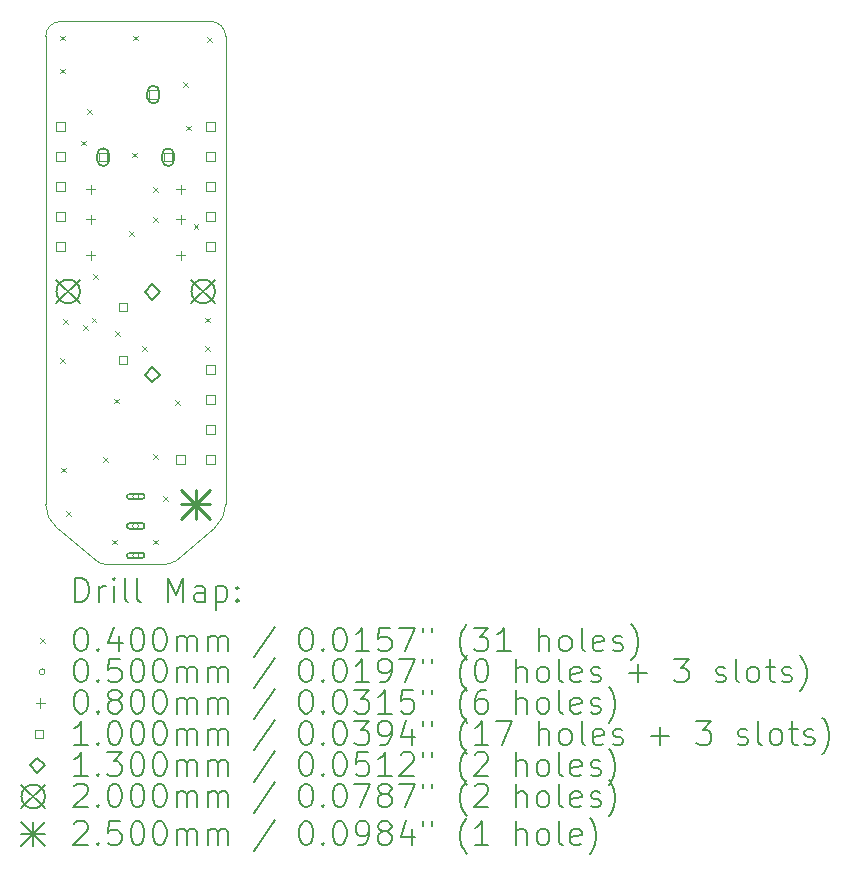
<source format=gbr>
%TF.GenerationSoftware,KiCad,Pcbnew,(6.0.7)*%
%TF.CreationDate,2023-02-19T14:27:59-04:00*%
%TF.ProjectId,Lift Switch,4c696674-2053-4776-9974-63682e6b6963,rev?*%
%TF.SameCoordinates,Original*%
%TF.FileFunction,Drillmap*%
%TF.FilePolarity,Positive*%
%FSLAX45Y45*%
G04 Gerber Fmt 4.5, Leading zero omitted, Abs format (unit mm)*
G04 Created by KiCad (PCBNEW (6.0.7)) date 2023-02-19 14:27:59*
%MOMM*%
%LPD*%
G01*
G04 APERTURE LIST*
%ADD10C,0.100000*%
%ADD11C,0.200000*%
%ADD12C,0.040000*%
%ADD13C,0.050000*%
%ADD14C,0.080000*%
%ADD15C,0.130000*%
%ADD16C,0.250000*%
G04 APERTURE END LIST*
D10*
X12700000Y-7747000D02*
X12700000Y-11709400D01*
X12827000Y-7620000D02*
G75*
G03*
X12700000Y-7747000I0J-127000D01*
G01*
X14224000Y-7747000D02*
G75*
G03*
X14097000Y-7620000I-127000J0D01*
G01*
X14097000Y-7620000D02*
X12827000Y-7620000D01*
X13212000Y-12217400D02*
X13712000Y-12217400D01*
X12700000Y-11709400D02*
G75*
G03*
X12791162Y-11904335I254600J280D01*
G01*
X13130581Y-12187867D02*
X12791162Y-11904335D01*
X14224000Y-11709400D02*
X14224000Y-7747000D01*
X13712000Y-12217399D02*
G75*
G03*
X13793419Y-12187867I30J126919D01*
G01*
X13130580Y-12187868D02*
G75*
G03*
X13212000Y-12217400I81390J97388D01*
G01*
X14132839Y-11904335D02*
G75*
G03*
X14224000Y-11709400I-163439J195216D01*
G01*
X14132838Y-11904335D02*
X13793419Y-12187867D01*
D11*
D12*
X12819700Y-7739700D02*
X12859700Y-7779700D01*
X12859700Y-7739700D02*
X12819700Y-7779700D01*
X12819700Y-8019100D02*
X12859700Y-8059100D01*
X12859700Y-8019100D02*
X12819700Y-8059100D01*
X12819700Y-10470200D02*
X12859700Y-10510200D01*
X12859700Y-10470200D02*
X12819700Y-10510200D01*
X12832400Y-11397300D02*
X12872400Y-11437300D01*
X12872400Y-11397300D02*
X12832400Y-11437300D01*
X12845100Y-10140000D02*
X12885100Y-10180000D01*
X12885100Y-10140000D02*
X12845100Y-10180000D01*
X12870500Y-11765600D02*
X12910500Y-11805600D01*
X12910500Y-11765600D02*
X12870500Y-11805600D01*
X12997500Y-8628700D02*
X13037500Y-8668700D01*
X13037500Y-8628700D02*
X12997500Y-8668700D01*
X13015543Y-10194035D02*
X13055543Y-10234035D01*
X13055543Y-10194035D02*
X13015543Y-10234035D01*
X13048300Y-8362000D02*
X13088300Y-8402000D01*
X13088300Y-8362000D02*
X13048300Y-8402000D01*
X13089950Y-10127300D02*
X13129950Y-10167300D01*
X13129950Y-10127300D02*
X13089950Y-10167300D01*
X13099100Y-9759000D02*
X13139100Y-9799000D01*
X13139100Y-9759000D02*
X13099100Y-9799000D01*
X13188000Y-11308400D02*
X13228000Y-11348400D01*
X13228000Y-11308400D02*
X13188000Y-11348400D01*
X13264200Y-12006900D02*
X13304200Y-12046900D01*
X13304200Y-12006900D02*
X13264200Y-12046900D01*
X13276900Y-10813100D02*
X13316900Y-10853100D01*
X13316900Y-10813100D02*
X13276900Y-10853100D01*
X13289600Y-10241600D02*
X13329600Y-10281600D01*
X13329600Y-10241600D02*
X13289600Y-10281600D01*
X13407565Y-9396070D02*
X13447565Y-9436070D01*
X13447565Y-9396070D02*
X13407565Y-9436070D01*
X13429300Y-8730300D02*
X13469300Y-8770300D01*
X13469300Y-8730300D02*
X13429300Y-8770300D01*
X13442000Y-7739700D02*
X13482000Y-7779700D01*
X13482000Y-7739700D02*
X13442000Y-7779700D01*
X13518200Y-10368600D02*
X13558200Y-10408600D01*
X13558200Y-10368600D02*
X13518200Y-10408600D01*
X13607100Y-11283000D02*
X13647100Y-11323000D01*
X13647100Y-11283000D02*
X13607100Y-11323000D01*
X13607100Y-12006900D02*
X13647100Y-12046900D01*
X13647100Y-12006900D02*
X13607100Y-12046900D01*
X13610650Y-9276400D02*
X13650650Y-9316400D01*
X13650650Y-9276400D02*
X13610650Y-9316400D01*
X13610692Y-9022320D02*
X13650692Y-9062320D01*
X13650692Y-9022320D02*
X13610692Y-9062320D01*
X13696000Y-11638600D02*
X13736000Y-11678600D01*
X13736000Y-11638600D02*
X13696000Y-11678600D01*
X13797600Y-10825800D02*
X13837600Y-10865800D01*
X13837600Y-10825800D02*
X13797600Y-10865800D01*
X13861100Y-8133400D02*
X13901100Y-8173400D01*
X13901100Y-8133400D02*
X13861100Y-8173400D01*
X13886500Y-8501700D02*
X13926500Y-8541700D01*
X13926500Y-8501700D02*
X13886500Y-8541700D01*
X13951910Y-9333690D02*
X13991910Y-9373690D01*
X13991910Y-9333690D02*
X13951910Y-9373690D01*
X14051600Y-10127300D02*
X14091600Y-10167300D01*
X14091600Y-10127300D02*
X14051600Y-10167300D01*
X14051600Y-10368600D02*
X14091600Y-10408600D01*
X14091600Y-10368600D02*
X14051600Y-10408600D01*
X14064300Y-7752400D02*
X14104300Y-7792400D01*
X14104300Y-7752400D02*
X14064300Y-7792400D01*
D13*
X13487000Y-11642400D02*
G75*
G03*
X13487000Y-11642400I-25000J0D01*
G01*
D11*
X13412000Y-11667400D02*
X13512000Y-11667400D01*
X13412000Y-11617400D02*
X13512000Y-11617400D01*
X13512000Y-11667400D02*
G75*
G03*
X13512000Y-11617400I0J25000D01*
G01*
X13412000Y-11617400D02*
G75*
G03*
X13412000Y-11667400I0J-25000D01*
G01*
D13*
X13487000Y-11892400D02*
G75*
G03*
X13487000Y-11892400I-25000J0D01*
G01*
D11*
X13412000Y-11917400D02*
X13512000Y-11917400D01*
X13412000Y-11867400D02*
X13512000Y-11867400D01*
X13512000Y-11917400D02*
G75*
G03*
X13512000Y-11867400I0J25000D01*
G01*
X13412000Y-11867400D02*
G75*
G03*
X13412000Y-11917400I0J-25000D01*
G01*
D13*
X13487000Y-12142400D02*
G75*
G03*
X13487000Y-12142400I-25000J0D01*
G01*
D11*
X13412000Y-12167400D02*
X13512000Y-12167400D01*
X13412000Y-12117400D02*
X13512000Y-12117400D01*
X13512000Y-12167400D02*
G75*
G03*
X13512000Y-12117400I0J25000D01*
G01*
X13412000Y-12117400D02*
G75*
G03*
X13412000Y-12167400I0J-25000D01*
G01*
D14*
X13081000Y-9561200D02*
X13081000Y-9641200D01*
X13041000Y-9601200D02*
X13121000Y-9601200D01*
X13082000Y-9002900D02*
X13082000Y-9082900D01*
X13042000Y-9042900D02*
X13122000Y-9042900D01*
X13082000Y-9256900D02*
X13082000Y-9336900D01*
X13042000Y-9296900D02*
X13122000Y-9296900D01*
X13843000Y-9561200D02*
X13843000Y-9641200D01*
X13803000Y-9601200D02*
X13883000Y-9601200D01*
X13844000Y-9002900D02*
X13844000Y-9082900D01*
X13804000Y-9042900D02*
X13884000Y-9042900D01*
X13844000Y-9256900D02*
X13844000Y-9336900D01*
X13804000Y-9296900D02*
X13884000Y-9296900D01*
D10*
X12862356Y-8544356D02*
X12862356Y-8473644D01*
X12791644Y-8473644D01*
X12791644Y-8544356D01*
X12862356Y-8544356D01*
X12862356Y-8798356D02*
X12862356Y-8727644D01*
X12791644Y-8727644D01*
X12791644Y-8798356D01*
X12862356Y-8798356D01*
X12862356Y-9052356D02*
X12862356Y-8981644D01*
X12791644Y-8981644D01*
X12791644Y-9052356D01*
X12862356Y-9052356D01*
X12862356Y-9306356D02*
X12862356Y-9235644D01*
X12791644Y-9235644D01*
X12791644Y-9306356D01*
X12862356Y-9306356D01*
X12862356Y-9560356D02*
X12862356Y-9489644D01*
X12791644Y-9489644D01*
X12791644Y-9560356D01*
X12862356Y-9560356D01*
X13222356Y-8805356D02*
X13222356Y-8734644D01*
X13151644Y-8734644D01*
X13151644Y-8805356D01*
X13222356Y-8805356D01*
D11*
X13237000Y-8795000D02*
X13237000Y-8745000D01*
X13137000Y-8795000D02*
X13137000Y-8745000D01*
X13237000Y-8745000D02*
G75*
G03*
X13137000Y-8745000I-50000J0D01*
G01*
X13137000Y-8795000D02*
G75*
G03*
X13237000Y-8795000I50000J0D01*
G01*
D10*
X13388056Y-10071956D02*
X13388056Y-10001244D01*
X13317344Y-10001244D01*
X13317344Y-10071956D01*
X13388056Y-10071956D01*
X13388056Y-10521956D02*
X13388056Y-10451244D01*
X13317344Y-10451244D01*
X13317344Y-10521956D01*
X13388056Y-10521956D01*
X13647356Y-8275356D02*
X13647356Y-8204644D01*
X13576644Y-8204644D01*
X13576644Y-8275356D01*
X13647356Y-8275356D01*
D11*
X13662000Y-8265000D02*
X13662000Y-8215000D01*
X13562000Y-8265000D02*
X13562000Y-8215000D01*
X13662000Y-8215000D02*
G75*
G03*
X13562000Y-8215000I-50000J0D01*
G01*
X13562000Y-8265000D02*
G75*
G03*
X13662000Y-8265000I50000J0D01*
G01*
D10*
X13772356Y-8805356D02*
X13772356Y-8734644D01*
X13701644Y-8734644D01*
X13701644Y-8805356D01*
X13772356Y-8805356D01*
D11*
X13787000Y-8795000D02*
X13787000Y-8745000D01*
X13687000Y-8795000D02*
X13687000Y-8745000D01*
X13787000Y-8745000D02*
G75*
G03*
X13687000Y-8745000I-50000J0D01*
G01*
X13687000Y-8795000D02*
G75*
G03*
X13787000Y-8795000I50000J0D01*
G01*
D10*
X13878356Y-11363756D02*
X13878356Y-11293044D01*
X13807644Y-11293044D01*
X13807644Y-11363756D01*
X13878356Y-11363756D01*
X14132356Y-8544356D02*
X14132356Y-8473644D01*
X14061644Y-8473644D01*
X14061644Y-8544356D01*
X14132356Y-8544356D01*
X14132356Y-8798356D02*
X14132356Y-8727644D01*
X14061644Y-8727644D01*
X14061644Y-8798356D01*
X14132356Y-8798356D01*
X14132356Y-9052356D02*
X14132356Y-8981644D01*
X14061644Y-8981644D01*
X14061644Y-9052356D01*
X14132356Y-9052356D01*
X14132356Y-9306356D02*
X14132356Y-9235644D01*
X14061644Y-9235644D01*
X14061644Y-9306356D01*
X14132356Y-9306356D01*
X14132356Y-9560356D02*
X14132356Y-9489644D01*
X14061644Y-9489644D01*
X14061644Y-9560356D01*
X14132356Y-9560356D01*
X14132356Y-10601756D02*
X14132356Y-10531044D01*
X14061644Y-10531044D01*
X14061644Y-10601756D01*
X14132356Y-10601756D01*
X14132356Y-10855756D02*
X14132356Y-10785044D01*
X14061644Y-10785044D01*
X14061644Y-10855756D01*
X14132356Y-10855756D01*
X14132356Y-11109756D02*
X14132356Y-11039044D01*
X14061644Y-11039044D01*
X14061644Y-11109756D01*
X14132356Y-11109756D01*
X14132356Y-11363756D02*
X14132356Y-11293044D01*
X14061644Y-11293044D01*
X14061644Y-11363756D01*
X14132356Y-11363756D01*
D15*
X13602700Y-9976600D02*
X13667700Y-9911600D01*
X13602700Y-9846600D01*
X13537700Y-9911600D01*
X13602700Y-9976600D01*
X13602700Y-10676600D02*
X13667700Y-10611600D01*
X13602700Y-10546600D01*
X13537700Y-10611600D01*
X13602700Y-10676600D01*
D11*
X12790500Y-9806000D02*
X12990500Y-10006000D01*
X12990500Y-9806000D02*
X12790500Y-10006000D01*
X12990500Y-9906000D02*
G75*
G03*
X12990500Y-9906000I-100000J0D01*
G01*
X13933500Y-9806000D02*
X14133500Y-10006000D01*
X14133500Y-9806000D02*
X13933500Y-10006000D01*
X14133500Y-9906000D02*
G75*
G03*
X14133500Y-9906000I-100000J0D01*
G01*
D16*
X13845000Y-11584400D02*
X14095000Y-11834400D01*
X14095000Y-11584400D02*
X13845000Y-11834400D01*
X13970000Y-11584400D02*
X13970000Y-11834400D01*
X13845000Y-11709400D02*
X14095000Y-11709400D01*
D11*
X12952619Y-12532876D02*
X12952619Y-12332876D01*
X13000238Y-12332876D01*
X13028809Y-12342400D01*
X13047857Y-12361448D01*
X13057381Y-12380495D01*
X13066905Y-12418590D01*
X13066905Y-12447162D01*
X13057381Y-12485257D01*
X13047857Y-12504305D01*
X13028809Y-12523352D01*
X13000238Y-12532876D01*
X12952619Y-12532876D01*
X13152619Y-12532876D02*
X13152619Y-12399543D01*
X13152619Y-12437638D02*
X13162143Y-12418590D01*
X13171667Y-12409067D01*
X13190714Y-12399543D01*
X13209762Y-12399543D01*
X13276428Y-12532876D02*
X13276428Y-12399543D01*
X13276428Y-12332876D02*
X13266905Y-12342400D01*
X13276428Y-12351924D01*
X13285952Y-12342400D01*
X13276428Y-12332876D01*
X13276428Y-12351924D01*
X13400238Y-12532876D02*
X13381190Y-12523352D01*
X13371667Y-12504305D01*
X13371667Y-12332876D01*
X13505000Y-12532876D02*
X13485952Y-12523352D01*
X13476428Y-12504305D01*
X13476428Y-12332876D01*
X13733571Y-12532876D02*
X13733571Y-12332876D01*
X13800238Y-12475733D01*
X13866905Y-12332876D01*
X13866905Y-12532876D01*
X14047857Y-12532876D02*
X14047857Y-12428114D01*
X14038333Y-12409067D01*
X14019286Y-12399543D01*
X13981190Y-12399543D01*
X13962143Y-12409067D01*
X14047857Y-12523352D02*
X14028809Y-12532876D01*
X13981190Y-12532876D01*
X13962143Y-12523352D01*
X13952619Y-12504305D01*
X13952619Y-12485257D01*
X13962143Y-12466209D01*
X13981190Y-12456686D01*
X14028809Y-12456686D01*
X14047857Y-12447162D01*
X14143095Y-12399543D02*
X14143095Y-12599543D01*
X14143095Y-12409067D02*
X14162143Y-12399543D01*
X14200238Y-12399543D01*
X14219286Y-12409067D01*
X14228809Y-12418590D01*
X14238333Y-12437638D01*
X14238333Y-12494781D01*
X14228809Y-12513828D01*
X14219286Y-12523352D01*
X14200238Y-12532876D01*
X14162143Y-12532876D01*
X14143095Y-12523352D01*
X14324048Y-12513828D02*
X14333571Y-12523352D01*
X14324048Y-12532876D01*
X14314524Y-12523352D01*
X14324048Y-12513828D01*
X14324048Y-12532876D01*
X14324048Y-12409067D02*
X14333571Y-12418590D01*
X14324048Y-12428114D01*
X14314524Y-12418590D01*
X14324048Y-12409067D01*
X14324048Y-12428114D01*
D12*
X12655000Y-12842400D02*
X12695000Y-12882400D01*
X12695000Y-12842400D02*
X12655000Y-12882400D01*
D11*
X12990714Y-12752876D02*
X13009762Y-12752876D01*
X13028809Y-12762400D01*
X13038333Y-12771924D01*
X13047857Y-12790971D01*
X13057381Y-12829067D01*
X13057381Y-12876686D01*
X13047857Y-12914781D01*
X13038333Y-12933828D01*
X13028809Y-12943352D01*
X13009762Y-12952876D01*
X12990714Y-12952876D01*
X12971667Y-12943352D01*
X12962143Y-12933828D01*
X12952619Y-12914781D01*
X12943095Y-12876686D01*
X12943095Y-12829067D01*
X12952619Y-12790971D01*
X12962143Y-12771924D01*
X12971667Y-12762400D01*
X12990714Y-12752876D01*
X13143095Y-12933828D02*
X13152619Y-12943352D01*
X13143095Y-12952876D01*
X13133571Y-12943352D01*
X13143095Y-12933828D01*
X13143095Y-12952876D01*
X13324048Y-12819543D02*
X13324048Y-12952876D01*
X13276428Y-12743352D02*
X13228809Y-12886209D01*
X13352619Y-12886209D01*
X13466905Y-12752876D02*
X13485952Y-12752876D01*
X13505000Y-12762400D01*
X13514524Y-12771924D01*
X13524048Y-12790971D01*
X13533571Y-12829067D01*
X13533571Y-12876686D01*
X13524048Y-12914781D01*
X13514524Y-12933828D01*
X13505000Y-12943352D01*
X13485952Y-12952876D01*
X13466905Y-12952876D01*
X13447857Y-12943352D01*
X13438333Y-12933828D01*
X13428809Y-12914781D01*
X13419286Y-12876686D01*
X13419286Y-12829067D01*
X13428809Y-12790971D01*
X13438333Y-12771924D01*
X13447857Y-12762400D01*
X13466905Y-12752876D01*
X13657381Y-12752876D02*
X13676428Y-12752876D01*
X13695476Y-12762400D01*
X13705000Y-12771924D01*
X13714524Y-12790971D01*
X13724048Y-12829067D01*
X13724048Y-12876686D01*
X13714524Y-12914781D01*
X13705000Y-12933828D01*
X13695476Y-12943352D01*
X13676428Y-12952876D01*
X13657381Y-12952876D01*
X13638333Y-12943352D01*
X13628809Y-12933828D01*
X13619286Y-12914781D01*
X13609762Y-12876686D01*
X13609762Y-12829067D01*
X13619286Y-12790971D01*
X13628809Y-12771924D01*
X13638333Y-12762400D01*
X13657381Y-12752876D01*
X13809762Y-12952876D02*
X13809762Y-12819543D01*
X13809762Y-12838590D02*
X13819286Y-12829067D01*
X13838333Y-12819543D01*
X13866905Y-12819543D01*
X13885952Y-12829067D01*
X13895476Y-12848114D01*
X13895476Y-12952876D01*
X13895476Y-12848114D02*
X13905000Y-12829067D01*
X13924048Y-12819543D01*
X13952619Y-12819543D01*
X13971667Y-12829067D01*
X13981190Y-12848114D01*
X13981190Y-12952876D01*
X14076428Y-12952876D02*
X14076428Y-12819543D01*
X14076428Y-12838590D02*
X14085952Y-12829067D01*
X14105000Y-12819543D01*
X14133571Y-12819543D01*
X14152619Y-12829067D01*
X14162143Y-12848114D01*
X14162143Y-12952876D01*
X14162143Y-12848114D02*
X14171667Y-12829067D01*
X14190714Y-12819543D01*
X14219286Y-12819543D01*
X14238333Y-12829067D01*
X14247857Y-12848114D01*
X14247857Y-12952876D01*
X14638333Y-12743352D02*
X14466905Y-13000495D01*
X14895476Y-12752876D02*
X14914524Y-12752876D01*
X14933571Y-12762400D01*
X14943095Y-12771924D01*
X14952619Y-12790971D01*
X14962143Y-12829067D01*
X14962143Y-12876686D01*
X14952619Y-12914781D01*
X14943095Y-12933828D01*
X14933571Y-12943352D01*
X14914524Y-12952876D01*
X14895476Y-12952876D01*
X14876428Y-12943352D01*
X14866905Y-12933828D01*
X14857381Y-12914781D01*
X14847857Y-12876686D01*
X14847857Y-12829067D01*
X14857381Y-12790971D01*
X14866905Y-12771924D01*
X14876428Y-12762400D01*
X14895476Y-12752876D01*
X15047857Y-12933828D02*
X15057381Y-12943352D01*
X15047857Y-12952876D01*
X15038333Y-12943352D01*
X15047857Y-12933828D01*
X15047857Y-12952876D01*
X15181190Y-12752876D02*
X15200238Y-12752876D01*
X15219286Y-12762400D01*
X15228809Y-12771924D01*
X15238333Y-12790971D01*
X15247857Y-12829067D01*
X15247857Y-12876686D01*
X15238333Y-12914781D01*
X15228809Y-12933828D01*
X15219286Y-12943352D01*
X15200238Y-12952876D01*
X15181190Y-12952876D01*
X15162143Y-12943352D01*
X15152619Y-12933828D01*
X15143095Y-12914781D01*
X15133571Y-12876686D01*
X15133571Y-12829067D01*
X15143095Y-12790971D01*
X15152619Y-12771924D01*
X15162143Y-12762400D01*
X15181190Y-12752876D01*
X15438333Y-12952876D02*
X15324048Y-12952876D01*
X15381190Y-12952876D02*
X15381190Y-12752876D01*
X15362143Y-12781448D01*
X15343095Y-12800495D01*
X15324048Y-12810019D01*
X15619286Y-12752876D02*
X15524048Y-12752876D01*
X15514524Y-12848114D01*
X15524048Y-12838590D01*
X15543095Y-12829067D01*
X15590714Y-12829067D01*
X15609762Y-12838590D01*
X15619286Y-12848114D01*
X15628809Y-12867162D01*
X15628809Y-12914781D01*
X15619286Y-12933828D01*
X15609762Y-12943352D01*
X15590714Y-12952876D01*
X15543095Y-12952876D01*
X15524048Y-12943352D01*
X15514524Y-12933828D01*
X15695476Y-12752876D02*
X15828809Y-12752876D01*
X15743095Y-12952876D01*
X15895476Y-12752876D02*
X15895476Y-12790971D01*
X15971667Y-12752876D02*
X15971667Y-12790971D01*
X16266905Y-13029067D02*
X16257381Y-13019543D01*
X16238333Y-12990971D01*
X16228809Y-12971924D01*
X16219286Y-12943352D01*
X16209762Y-12895733D01*
X16209762Y-12857638D01*
X16219286Y-12810019D01*
X16228809Y-12781448D01*
X16238333Y-12762400D01*
X16257381Y-12733828D01*
X16266905Y-12724305D01*
X16324048Y-12752876D02*
X16447857Y-12752876D01*
X16381190Y-12829067D01*
X16409762Y-12829067D01*
X16428809Y-12838590D01*
X16438333Y-12848114D01*
X16447857Y-12867162D01*
X16447857Y-12914781D01*
X16438333Y-12933828D01*
X16428809Y-12943352D01*
X16409762Y-12952876D01*
X16352619Y-12952876D01*
X16333571Y-12943352D01*
X16324048Y-12933828D01*
X16638333Y-12952876D02*
X16524048Y-12952876D01*
X16581190Y-12952876D02*
X16581190Y-12752876D01*
X16562143Y-12781448D01*
X16543095Y-12800495D01*
X16524048Y-12810019D01*
X16876429Y-12952876D02*
X16876429Y-12752876D01*
X16962143Y-12952876D02*
X16962143Y-12848114D01*
X16952619Y-12829067D01*
X16933571Y-12819543D01*
X16905000Y-12819543D01*
X16885952Y-12829067D01*
X16876429Y-12838590D01*
X17085952Y-12952876D02*
X17066905Y-12943352D01*
X17057381Y-12933828D01*
X17047857Y-12914781D01*
X17047857Y-12857638D01*
X17057381Y-12838590D01*
X17066905Y-12829067D01*
X17085952Y-12819543D01*
X17114524Y-12819543D01*
X17133571Y-12829067D01*
X17143095Y-12838590D01*
X17152619Y-12857638D01*
X17152619Y-12914781D01*
X17143095Y-12933828D01*
X17133571Y-12943352D01*
X17114524Y-12952876D01*
X17085952Y-12952876D01*
X17266905Y-12952876D02*
X17247857Y-12943352D01*
X17238333Y-12924305D01*
X17238333Y-12752876D01*
X17419286Y-12943352D02*
X17400238Y-12952876D01*
X17362143Y-12952876D01*
X17343095Y-12943352D01*
X17333571Y-12924305D01*
X17333571Y-12848114D01*
X17343095Y-12829067D01*
X17362143Y-12819543D01*
X17400238Y-12819543D01*
X17419286Y-12829067D01*
X17428810Y-12848114D01*
X17428810Y-12867162D01*
X17333571Y-12886209D01*
X17505000Y-12943352D02*
X17524048Y-12952876D01*
X17562143Y-12952876D01*
X17581190Y-12943352D01*
X17590714Y-12924305D01*
X17590714Y-12914781D01*
X17581190Y-12895733D01*
X17562143Y-12886209D01*
X17533571Y-12886209D01*
X17514524Y-12876686D01*
X17505000Y-12857638D01*
X17505000Y-12848114D01*
X17514524Y-12829067D01*
X17533571Y-12819543D01*
X17562143Y-12819543D01*
X17581190Y-12829067D01*
X17657381Y-13029067D02*
X17666905Y-13019543D01*
X17685952Y-12990971D01*
X17695476Y-12971924D01*
X17705000Y-12943352D01*
X17714524Y-12895733D01*
X17714524Y-12857638D01*
X17705000Y-12810019D01*
X17695476Y-12781448D01*
X17685952Y-12762400D01*
X17666905Y-12733828D01*
X17657381Y-12724305D01*
D13*
X12695000Y-13126400D02*
G75*
G03*
X12695000Y-13126400I-25000J0D01*
G01*
D11*
X12990714Y-13016876D02*
X13009762Y-13016876D01*
X13028809Y-13026400D01*
X13038333Y-13035924D01*
X13047857Y-13054971D01*
X13057381Y-13093067D01*
X13057381Y-13140686D01*
X13047857Y-13178781D01*
X13038333Y-13197828D01*
X13028809Y-13207352D01*
X13009762Y-13216876D01*
X12990714Y-13216876D01*
X12971667Y-13207352D01*
X12962143Y-13197828D01*
X12952619Y-13178781D01*
X12943095Y-13140686D01*
X12943095Y-13093067D01*
X12952619Y-13054971D01*
X12962143Y-13035924D01*
X12971667Y-13026400D01*
X12990714Y-13016876D01*
X13143095Y-13197828D02*
X13152619Y-13207352D01*
X13143095Y-13216876D01*
X13133571Y-13207352D01*
X13143095Y-13197828D01*
X13143095Y-13216876D01*
X13333571Y-13016876D02*
X13238333Y-13016876D01*
X13228809Y-13112114D01*
X13238333Y-13102590D01*
X13257381Y-13093067D01*
X13305000Y-13093067D01*
X13324048Y-13102590D01*
X13333571Y-13112114D01*
X13343095Y-13131162D01*
X13343095Y-13178781D01*
X13333571Y-13197828D01*
X13324048Y-13207352D01*
X13305000Y-13216876D01*
X13257381Y-13216876D01*
X13238333Y-13207352D01*
X13228809Y-13197828D01*
X13466905Y-13016876D02*
X13485952Y-13016876D01*
X13505000Y-13026400D01*
X13514524Y-13035924D01*
X13524048Y-13054971D01*
X13533571Y-13093067D01*
X13533571Y-13140686D01*
X13524048Y-13178781D01*
X13514524Y-13197828D01*
X13505000Y-13207352D01*
X13485952Y-13216876D01*
X13466905Y-13216876D01*
X13447857Y-13207352D01*
X13438333Y-13197828D01*
X13428809Y-13178781D01*
X13419286Y-13140686D01*
X13419286Y-13093067D01*
X13428809Y-13054971D01*
X13438333Y-13035924D01*
X13447857Y-13026400D01*
X13466905Y-13016876D01*
X13657381Y-13016876D02*
X13676428Y-13016876D01*
X13695476Y-13026400D01*
X13705000Y-13035924D01*
X13714524Y-13054971D01*
X13724048Y-13093067D01*
X13724048Y-13140686D01*
X13714524Y-13178781D01*
X13705000Y-13197828D01*
X13695476Y-13207352D01*
X13676428Y-13216876D01*
X13657381Y-13216876D01*
X13638333Y-13207352D01*
X13628809Y-13197828D01*
X13619286Y-13178781D01*
X13609762Y-13140686D01*
X13609762Y-13093067D01*
X13619286Y-13054971D01*
X13628809Y-13035924D01*
X13638333Y-13026400D01*
X13657381Y-13016876D01*
X13809762Y-13216876D02*
X13809762Y-13083543D01*
X13809762Y-13102590D02*
X13819286Y-13093067D01*
X13838333Y-13083543D01*
X13866905Y-13083543D01*
X13885952Y-13093067D01*
X13895476Y-13112114D01*
X13895476Y-13216876D01*
X13895476Y-13112114D02*
X13905000Y-13093067D01*
X13924048Y-13083543D01*
X13952619Y-13083543D01*
X13971667Y-13093067D01*
X13981190Y-13112114D01*
X13981190Y-13216876D01*
X14076428Y-13216876D02*
X14076428Y-13083543D01*
X14076428Y-13102590D02*
X14085952Y-13093067D01*
X14105000Y-13083543D01*
X14133571Y-13083543D01*
X14152619Y-13093067D01*
X14162143Y-13112114D01*
X14162143Y-13216876D01*
X14162143Y-13112114D02*
X14171667Y-13093067D01*
X14190714Y-13083543D01*
X14219286Y-13083543D01*
X14238333Y-13093067D01*
X14247857Y-13112114D01*
X14247857Y-13216876D01*
X14638333Y-13007352D02*
X14466905Y-13264495D01*
X14895476Y-13016876D02*
X14914524Y-13016876D01*
X14933571Y-13026400D01*
X14943095Y-13035924D01*
X14952619Y-13054971D01*
X14962143Y-13093067D01*
X14962143Y-13140686D01*
X14952619Y-13178781D01*
X14943095Y-13197828D01*
X14933571Y-13207352D01*
X14914524Y-13216876D01*
X14895476Y-13216876D01*
X14876428Y-13207352D01*
X14866905Y-13197828D01*
X14857381Y-13178781D01*
X14847857Y-13140686D01*
X14847857Y-13093067D01*
X14857381Y-13054971D01*
X14866905Y-13035924D01*
X14876428Y-13026400D01*
X14895476Y-13016876D01*
X15047857Y-13197828D02*
X15057381Y-13207352D01*
X15047857Y-13216876D01*
X15038333Y-13207352D01*
X15047857Y-13197828D01*
X15047857Y-13216876D01*
X15181190Y-13016876D02*
X15200238Y-13016876D01*
X15219286Y-13026400D01*
X15228809Y-13035924D01*
X15238333Y-13054971D01*
X15247857Y-13093067D01*
X15247857Y-13140686D01*
X15238333Y-13178781D01*
X15228809Y-13197828D01*
X15219286Y-13207352D01*
X15200238Y-13216876D01*
X15181190Y-13216876D01*
X15162143Y-13207352D01*
X15152619Y-13197828D01*
X15143095Y-13178781D01*
X15133571Y-13140686D01*
X15133571Y-13093067D01*
X15143095Y-13054971D01*
X15152619Y-13035924D01*
X15162143Y-13026400D01*
X15181190Y-13016876D01*
X15438333Y-13216876D02*
X15324048Y-13216876D01*
X15381190Y-13216876D02*
X15381190Y-13016876D01*
X15362143Y-13045448D01*
X15343095Y-13064495D01*
X15324048Y-13074019D01*
X15533571Y-13216876D02*
X15571667Y-13216876D01*
X15590714Y-13207352D01*
X15600238Y-13197828D01*
X15619286Y-13169257D01*
X15628809Y-13131162D01*
X15628809Y-13054971D01*
X15619286Y-13035924D01*
X15609762Y-13026400D01*
X15590714Y-13016876D01*
X15552619Y-13016876D01*
X15533571Y-13026400D01*
X15524048Y-13035924D01*
X15514524Y-13054971D01*
X15514524Y-13102590D01*
X15524048Y-13121638D01*
X15533571Y-13131162D01*
X15552619Y-13140686D01*
X15590714Y-13140686D01*
X15609762Y-13131162D01*
X15619286Y-13121638D01*
X15628809Y-13102590D01*
X15695476Y-13016876D02*
X15828809Y-13016876D01*
X15743095Y-13216876D01*
X15895476Y-13016876D02*
X15895476Y-13054971D01*
X15971667Y-13016876D02*
X15971667Y-13054971D01*
X16266905Y-13293067D02*
X16257381Y-13283543D01*
X16238333Y-13254971D01*
X16228809Y-13235924D01*
X16219286Y-13207352D01*
X16209762Y-13159733D01*
X16209762Y-13121638D01*
X16219286Y-13074019D01*
X16228809Y-13045448D01*
X16238333Y-13026400D01*
X16257381Y-12997828D01*
X16266905Y-12988305D01*
X16381190Y-13016876D02*
X16400238Y-13016876D01*
X16419286Y-13026400D01*
X16428809Y-13035924D01*
X16438333Y-13054971D01*
X16447857Y-13093067D01*
X16447857Y-13140686D01*
X16438333Y-13178781D01*
X16428809Y-13197828D01*
X16419286Y-13207352D01*
X16400238Y-13216876D01*
X16381190Y-13216876D01*
X16362143Y-13207352D01*
X16352619Y-13197828D01*
X16343095Y-13178781D01*
X16333571Y-13140686D01*
X16333571Y-13093067D01*
X16343095Y-13054971D01*
X16352619Y-13035924D01*
X16362143Y-13026400D01*
X16381190Y-13016876D01*
X16685952Y-13216876D02*
X16685952Y-13016876D01*
X16771667Y-13216876D02*
X16771667Y-13112114D01*
X16762143Y-13093067D01*
X16743095Y-13083543D01*
X16714524Y-13083543D01*
X16695476Y-13093067D01*
X16685952Y-13102590D01*
X16895476Y-13216876D02*
X16876429Y-13207352D01*
X16866905Y-13197828D01*
X16857381Y-13178781D01*
X16857381Y-13121638D01*
X16866905Y-13102590D01*
X16876429Y-13093067D01*
X16895476Y-13083543D01*
X16924048Y-13083543D01*
X16943095Y-13093067D01*
X16952619Y-13102590D01*
X16962143Y-13121638D01*
X16962143Y-13178781D01*
X16952619Y-13197828D01*
X16943095Y-13207352D01*
X16924048Y-13216876D01*
X16895476Y-13216876D01*
X17076429Y-13216876D02*
X17057381Y-13207352D01*
X17047857Y-13188305D01*
X17047857Y-13016876D01*
X17228810Y-13207352D02*
X17209762Y-13216876D01*
X17171667Y-13216876D01*
X17152619Y-13207352D01*
X17143095Y-13188305D01*
X17143095Y-13112114D01*
X17152619Y-13093067D01*
X17171667Y-13083543D01*
X17209762Y-13083543D01*
X17228810Y-13093067D01*
X17238333Y-13112114D01*
X17238333Y-13131162D01*
X17143095Y-13150209D01*
X17314524Y-13207352D02*
X17333571Y-13216876D01*
X17371667Y-13216876D01*
X17390714Y-13207352D01*
X17400238Y-13188305D01*
X17400238Y-13178781D01*
X17390714Y-13159733D01*
X17371667Y-13150209D01*
X17343095Y-13150209D01*
X17324048Y-13140686D01*
X17314524Y-13121638D01*
X17314524Y-13112114D01*
X17324048Y-13093067D01*
X17343095Y-13083543D01*
X17371667Y-13083543D01*
X17390714Y-13093067D01*
X17638333Y-13140686D02*
X17790714Y-13140686D01*
X17714524Y-13216876D02*
X17714524Y-13064495D01*
X18019286Y-13016876D02*
X18143095Y-13016876D01*
X18076429Y-13093067D01*
X18105000Y-13093067D01*
X18124048Y-13102590D01*
X18133571Y-13112114D01*
X18143095Y-13131162D01*
X18143095Y-13178781D01*
X18133571Y-13197828D01*
X18124048Y-13207352D01*
X18105000Y-13216876D01*
X18047857Y-13216876D01*
X18028810Y-13207352D01*
X18019286Y-13197828D01*
X18371667Y-13207352D02*
X18390714Y-13216876D01*
X18428810Y-13216876D01*
X18447857Y-13207352D01*
X18457381Y-13188305D01*
X18457381Y-13178781D01*
X18447857Y-13159733D01*
X18428810Y-13150209D01*
X18400238Y-13150209D01*
X18381190Y-13140686D01*
X18371667Y-13121638D01*
X18371667Y-13112114D01*
X18381190Y-13093067D01*
X18400238Y-13083543D01*
X18428810Y-13083543D01*
X18447857Y-13093067D01*
X18571667Y-13216876D02*
X18552619Y-13207352D01*
X18543095Y-13188305D01*
X18543095Y-13016876D01*
X18676429Y-13216876D02*
X18657381Y-13207352D01*
X18647857Y-13197828D01*
X18638333Y-13178781D01*
X18638333Y-13121638D01*
X18647857Y-13102590D01*
X18657381Y-13093067D01*
X18676429Y-13083543D01*
X18705000Y-13083543D01*
X18724048Y-13093067D01*
X18733571Y-13102590D01*
X18743095Y-13121638D01*
X18743095Y-13178781D01*
X18733571Y-13197828D01*
X18724048Y-13207352D01*
X18705000Y-13216876D01*
X18676429Y-13216876D01*
X18800238Y-13083543D02*
X18876429Y-13083543D01*
X18828810Y-13016876D02*
X18828810Y-13188305D01*
X18838333Y-13207352D01*
X18857381Y-13216876D01*
X18876429Y-13216876D01*
X18933571Y-13207352D02*
X18952619Y-13216876D01*
X18990714Y-13216876D01*
X19009762Y-13207352D01*
X19019286Y-13188305D01*
X19019286Y-13178781D01*
X19009762Y-13159733D01*
X18990714Y-13150209D01*
X18962143Y-13150209D01*
X18943095Y-13140686D01*
X18933571Y-13121638D01*
X18933571Y-13112114D01*
X18943095Y-13093067D01*
X18962143Y-13083543D01*
X18990714Y-13083543D01*
X19009762Y-13093067D01*
X19085952Y-13293067D02*
X19095476Y-13283543D01*
X19114524Y-13254971D01*
X19124048Y-13235924D01*
X19133571Y-13207352D01*
X19143095Y-13159733D01*
X19143095Y-13121638D01*
X19133571Y-13074019D01*
X19124048Y-13045448D01*
X19114524Y-13026400D01*
X19095476Y-12997828D01*
X19085952Y-12988305D01*
D14*
X12655000Y-13350400D02*
X12655000Y-13430400D01*
X12615000Y-13390400D02*
X12695000Y-13390400D01*
D11*
X12990714Y-13280876D02*
X13009762Y-13280876D01*
X13028809Y-13290400D01*
X13038333Y-13299924D01*
X13047857Y-13318971D01*
X13057381Y-13357067D01*
X13057381Y-13404686D01*
X13047857Y-13442781D01*
X13038333Y-13461828D01*
X13028809Y-13471352D01*
X13009762Y-13480876D01*
X12990714Y-13480876D01*
X12971667Y-13471352D01*
X12962143Y-13461828D01*
X12952619Y-13442781D01*
X12943095Y-13404686D01*
X12943095Y-13357067D01*
X12952619Y-13318971D01*
X12962143Y-13299924D01*
X12971667Y-13290400D01*
X12990714Y-13280876D01*
X13143095Y-13461828D02*
X13152619Y-13471352D01*
X13143095Y-13480876D01*
X13133571Y-13471352D01*
X13143095Y-13461828D01*
X13143095Y-13480876D01*
X13266905Y-13366590D02*
X13247857Y-13357067D01*
X13238333Y-13347543D01*
X13228809Y-13328495D01*
X13228809Y-13318971D01*
X13238333Y-13299924D01*
X13247857Y-13290400D01*
X13266905Y-13280876D01*
X13305000Y-13280876D01*
X13324048Y-13290400D01*
X13333571Y-13299924D01*
X13343095Y-13318971D01*
X13343095Y-13328495D01*
X13333571Y-13347543D01*
X13324048Y-13357067D01*
X13305000Y-13366590D01*
X13266905Y-13366590D01*
X13247857Y-13376114D01*
X13238333Y-13385638D01*
X13228809Y-13404686D01*
X13228809Y-13442781D01*
X13238333Y-13461828D01*
X13247857Y-13471352D01*
X13266905Y-13480876D01*
X13305000Y-13480876D01*
X13324048Y-13471352D01*
X13333571Y-13461828D01*
X13343095Y-13442781D01*
X13343095Y-13404686D01*
X13333571Y-13385638D01*
X13324048Y-13376114D01*
X13305000Y-13366590D01*
X13466905Y-13280876D02*
X13485952Y-13280876D01*
X13505000Y-13290400D01*
X13514524Y-13299924D01*
X13524048Y-13318971D01*
X13533571Y-13357067D01*
X13533571Y-13404686D01*
X13524048Y-13442781D01*
X13514524Y-13461828D01*
X13505000Y-13471352D01*
X13485952Y-13480876D01*
X13466905Y-13480876D01*
X13447857Y-13471352D01*
X13438333Y-13461828D01*
X13428809Y-13442781D01*
X13419286Y-13404686D01*
X13419286Y-13357067D01*
X13428809Y-13318971D01*
X13438333Y-13299924D01*
X13447857Y-13290400D01*
X13466905Y-13280876D01*
X13657381Y-13280876D02*
X13676428Y-13280876D01*
X13695476Y-13290400D01*
X13705000Y-13299924D01*
X13714524Y-13318971D01*
X13724048Y-13357067D01*
X13724048Y-13404686D01*
X13714524Y-13442781D01*
X13705000Y-13461828D01*
X13695476Y-13471352D01*
X13676428Y-13480876D01*
X13657381Y-13480876D01*
X13638333Y-13471352D01*
X13628809Y-13461828D01*
X13619286Y-13442781D01*
X13609762Y-13404686D01*
X13609762Y-13357067D01*
X13619286Y-13318971D01*
X13628809Y-13299924D01*
X13638333Y-13290400D01*
X13657381Y-13280876D01*
X13809762Y-13480876D02*
X13809762Y-13347543D01*
X13809762Y-13366590D02*
X13819286Y-13357067D01*
X13838333Y-13347543D01*
X13866905Y-13347543D01*
X13885952Y-13357067D01*
X13895476Y-13376114D01*
X13895476Y-13480876D01*
X13895476Y-13376114D02*
X13905000Y-13357067D01*
X13924048Y-13347543D01*
X13952619Y-13347543D01*
X13971667Y-13357067D01*
X13981190Y-13376114D01*
X13981190Y-13480876D01*
X14076428Y-13480876D02*
X14076428Y-13347543D01*
X14076428Y-13366590D02*
X14085952Y-13357067D01*
X14105000Y-13347543D01*
X14133571Y-13347543D01*
X14152619Y-13357067D01*
X14162143Y-13376114D01*
X14162143Y-13480876D01*
X14162143Y-13376114D02*
X14171667Y-13357067D01*
X14190714Y-13347543D01*
X14219286Y-13347543D01*
X14238333Y-13357067D01*
X14247857Y-13376114D01*
X14247857Y-13480876D01*
X14638333Y-13271352D02*
X14466905Y-13528495D01*
X14895476Y-13280876D02*
X14914524Y-13280876D01*
X14933571Y-13290400D01*
X14943095Y-13299924D01*
X14952619Y-13318971D01*
X14962143Y-13357067D01*
X14962143Y-13404686D01*
X14952619Y-13442781D01*
X14943095Y-13461828D01*
X14933571Y-13471352D01*
X14914524Y-13480876D01*
X14895476Y-13480876D01*
X14876428Y-13471352D01*
X14866905Y-13461828D01*
X14857381Y-13442781D01*
X14847857Y-13404686D01*
X14847857Y-13357067D01*
X14857381Y-13318971D01*
X14866905Y-13299924D01*
X14876428Y-13290400D01*
X14895476Y-13280876D01*
X15047857Y-13461828D02*
X15057381Y-13471352D01*
X15047857Y-13480876D01*
X15038333Y-13471352D01*
X15047857Y-13461828D01*
X15047857Y-13480876D01*
X15181190Y-13280876D02*
X15200238Y-13280876D01*
X15219286Y-13290400D01*
X15228809Y-13299924D01*
X15238333Y-13318971D01*
X15247857Y-13357067D01*
X15247857Y-13404686D01*
X15238333Y-13442781D01*
X15228809Y-13461828D01*
X15219286Y-13471352D01*
X15200238Y-13480876D01*
X15181190Y-13480876D01*
X15162143Y-13471352D01*
X15152619Y-13461828D01*
X15143095Y-13442781D01*
X15133571Y-13404686D01*
X15133571Y-13357067D01*
X15143095Y-13318971D01*
X15152619Y-13299924D01*
X15162143Y-13290400D01*
X15181190Y-13280876D01*
X15314524Y-13280876D02*
X15438333Y-13280876D01*
X15371667Y-13357067D01*
X15400238Y-13357067D01*
X15419286Y-13366590D01*
X15428809Y-13376114D01*
X15438333Y-13395162D01*
X15438333Y-13442781D01*
X15428809Y-13461828D01*
X15419286Y-13471352D01*
X15400238Y-13480876D01*
X15343095Y-13480876D01*
X15324048Y-13471352D01*
X15314524Y-13461828D01*
X15628809Y-13480876D02*
X15514524Y-13480876D01*
X15571667Y-13480876D02*
X15571667Y-13280876D01*
X15552619Y-13309448D01*
X15533571Y-13328495D01*
X15514524Y-13338019D01*
X15809762Y-13280876D02*
X15714524Y-13280876D01*
X15705000Y-13376114D01*
X15714524Y-13366590D01*
X15733571Y-13357067D01*
X15781190Y-13357067D01*
X15800238Y-13366590D01*
X15809762Y-13376114D01*
X15819286Y-13395162D01*
X15819286Y-13442781D01*
X15809762Y-13461828D01*
X15800238Y-13471352D01*
X15781190Y-13480876D01*
X15733571Y-13480876D01*
X15714524Y-13471352D01*
X15705000Y-13461828D01*
X15895476Y-13280876D02*
X15895476Y-13318971D01*
X15971667Y-13280876D02*
X15971667Y-13318971D01*
X16266905Y-13557067D02*
X16257381Y-13547543D01*
X16238333Y-13518971D01*
X16228809Y-13499924D01*
X16219286Y-13471352D01*
X16209762Y-13423733D01*
X16209762Y-13385638D01*
X16219286Y-13338019D01*
X16228809Y-13309448D01*
X16238333Y-13290400D01*
X16257381Y-13261828D01*
X16266905Y-13252305D01*
X16428809Y-13280876D02*
X16390714Y-13280876D01*
X16371667Y-13290400D01*
X16362143Y-13299924D01*
X16343095Y-13328495D01*
X16333571Y-13366590D01*
X16333571Y-13442781D01*
X16343095Y-13461828D01*
X16352619Y-13471352D01*
X16371667Y-13480876D01*
X16409762Y-13480876D01*
X16428809Y-13471352D01*
X16438333Y-13461828D01*
X16447857Y-13442781D01*
X16447857Y-13395162D01*
X16438333Y-13376114D01*
X16428809Y-13366590D01*
X16409762Y-13357067D01*
X16371667Y-13357067D01*
X16352619Y-13366590D01*
X16343095Y-13376114D01*
X16333571Y-13395162D01*
X16685952Y-13480876D02*
X16685952Y-13280876D01*
X16771667Y-13480876D02*
X16771667Y-13376114D01*
X16762143Y-13357067D01*
X16743095Y-13347543D01*
X16714524Y-13347543D01*
X16695476Y-13357067D01*
X16685952Y-13366590D01*
X16895476Y-13480876D02*
X16876429Y-13471352D01*
X16866905Y-13461828D01*
X16857381Y-13442781D01*
X16857381Y-13385638D01*
X16866905Y-13366590D01*
X16876429Y-13357067D01*
X16895476Y-13347543D01*
X16924048Y-13347543D01*
X16943095Y-13357067D01*
X16952619Y-13366590D01*
X16962143Y-13385638D01*
X16962143Y-13442781D01*
X16952619Y-13461828D01*
X16943095Y-13471352D01*
X16924048Y-13480876D01*
X16895476Y-13480876D01*
X17076429Y-13480876D02*
X17057381Y-13471352D01*
X17047857Y-13452305D01*
X17047857Y-13280876D01*
X17228810Y-13471352D02*
X17209762Y-13480876D01*
X17171667Y-13480876D01*
X17152619Y-13471352D01*
X17143095Y-13452305D01*
X17143095Y-13376114D01*
X17152619Y-13357067D01*
X17171667Y-13347543D01*
X17209762Y-13347543D01*
X17228810Y-13357067D01*
X17238333Y-13376114D01*
X17238333Y-13395162D01*
X17143095Y-13414209D01*
X17314524Y-13471352D02*
X17333571Y-13480876D01*
X17371667Y-13480876D01*
X17390714Y-13471352D01*
X17400238Y-13452305D01*
X17400238Y-13442781D01*
X17390714Y-13423733D01*
X17371667Y-13414209D01*
X17343095Y-13414209D01*
X17324048Y-13404686D01*
X17314524Y-13385638D01*
X17314524Y-13376114D01*
X17324048Y-13357067D01*
X17343095Y-13347543D01*
X17371667Y-13347543D01*
X17390714Y-13357067D01*
X17466905Y-13557067D02*
X17476429Y-13547543D01*
X17495476Y-13518971D01*
X17505000Y-13499924D01*
X17514524Y-13471352D01*
X17524048Y-13423733D01*
X17524048Y-13385638D01*
X17514524Y-13338019D01*
X17505000Y-13309448D01*
X17495476Y-13290400D01*
X17476429Y-13261828D01*
X17466905Y-13252305D01*
D10*
X12680356Y-13689756D02*
X12680356Y-13619044D01*
X12609644Y-13619044D01*
X12609644Y-13689756D01*
X12680356Y-13689756D01*
D11*
X13057381Y-13744876D02*
X12943095Y-13744876D01*
X13000238Y-13744876D02*
X13000238Y-13544876D01*
X12981190Y-13573448D01*
X12962143Y-13592495D01*
X12943095Y-13602019D01*
X13143095Y-13725828D02*
X13152619Y-13735352D01*
X13143095Y-13744876D01*
X13133571Y-13735352D01*
X13143095Y-13725828D01*
X13143095Y-13744876D01*
X13276428Y-13544876D02*
X13295476Y-13544876D01*
X13314524Y-13554400D01*
X13324048Y-13563924D01*
X13333571Y-13582971D01*
X13343095Y-13621067D01*
X13343095Y-13668686D01*
X13333571Y-13706781D01*
X13324048Y-13725828D01*
X13314524Y-13735352D01*
X13295476Y-13744876D01*
X13276428Y-13744876D01*
X13257381Y-13735352D01*
X13247857Y-13725828D01*
X13238333Y-13706781D01*
X13228809Y-13668686D01*
X13228809Y-13621067D01*
X13238333Y-13582971D01*
X13247857Y-13563924D01*
X13257381Y-13554400D01*
X13276428Y-13544876D01*
X13466905Y-13544876D02*
X13485952Y-13544876D01*
X13505000Y-13554400D01*
X13514524Y-13563924D01*
X13524048Y-13582971D01*
X13533571Y-13621067D01*
X13533571Y-13668686D01*
X13524048Y-13706781D01*
X13514524Y-13725828D01*
X13505000Y-13735352D01*
X13485952Y-13744876D01*
X13466905Y-13744876D01*
X13447857Y-13735352D01*
X13438333Y-13725828D01*
X13428809Y-13706781D01*
X13419286Y-13668686D01*
X13419286Y-13621067D01*
X13428809Y-13582971D01*
X13438333Y-13563924D01*
X13447857Y-13554400D01*
X13466905Y-13544876D01*
X13657381Y-13544876D02*
X13676428Y-13544876D01*
X13695476Y-13554400D01*
X13705000Y-13563924D01*
X13714524Y-13582971D01*
X13724048Y-13621067D01*
X13724048Y-13668686D01*
X13714524Y-13706781D01*
X13705000Y-13725828D01*
X13695476Y-13735352D01*
X13676428Y-13744876D01*
X13657381Y-13744876D01*
X13638333Y-13735352D01*
X13628809Y-13725828D01*
X13619286Y-13706781D01*
X13609762Y-13668686D01*
X13609762Y-13621067D01*
X13619286Y-13582971D01*
X13628809Y-13563924D01*
X13638333Y-13554400D01*
X13657381Y-13544876D01*
X13809762Y-13744876D02*
X13809762Y-13611543D01*
X13809762Y-13630590D02*
X13819286Y-13621067D01*
X13838333Y-13611543D01*
X13866905Y-13611543D01*
X13885952Y-13621067D01*
X13895476Y-13640114D01*
X13895476Y-13744876D01*
X13895476Y-13640114D02*
X13905000Y-13621067D01*
X13924048Y-13611543D01*
X13952619Y-13611543D01*
X13971667Y-13621067D01*
X13981190Y-13640114D01*
X13981190Y-13744876D01*
X14076428Y-13744876D02*
X14076428Y-13611543D01*
X14076428Y-13630590D02*
X14085952Y-13621067D01*
X14105000Y-13611543D01*
X14133571Y-13611543D01*
X14152619Y-13621067D01*
X14162143Y-13640114D01*
X14162143Y-13744876D01*
X14162143Y-13640114D02*
X14171667Y-13621067D01*
X14190714Y-13611543D01*
X14219286Y-13611543D01*
X14238333Y-13621067D01*
X14247857Y-13640114D01*
X14247857Y-13744876D01*
X14638333Y-13535352D02*
X14466905Y-13792495D01*
X14895476Y-13544876D02*
X14914524Y-13544876D01*
X14933571Y-13554400D01*
X14943095Y-13563924D01*
X14952619Y-13582971D01*
X14962143Y-13621067D01*
X14962143Y-13668686D01*
X14952619Y-13706781D01*
X14943095Y-13725828D01*
X14933571Y-13735352D01*
X14914524Y-13744876D01*
X14895476Y-13744876D01*
X14876428Y-13735352D01*
X14866905Y-13725828D01*
X14857381Y-13706781D01*
X14847857Y-13668686D01*
X14847857Y-13621067D01*
X14857381Y-13582971D01*
X14866905Y-13563924D01*
X14876428Y-13554400D01*
X14895476Y-13544876D01*
X15047857Y-13725828D02*
X15057381Y-13735352D01*
X15047857Y-13744876D01*
X15038333Y-13735352D01*
X15047857Y-13725828D01*
X15047857Y-13744876D01*
X15181190Y-13544876D02*
X15200238Y-13544876D01*
X15219286Y-13554400D01*
X15228809Y-13563924D01*
X15238333Y-13582971D01*
X15247857Y-13621067D01*
X15247857Y-13668686D01*
X15238333Y-13706781D01*
X15228809Y-13725828D01*
X15219286Y-13735352D01*
X15200238Y-13744876D01*
X15181190Y-13744876D01*
X15162143Y-13735352D01*
X15152619Y-13725828D01*
X15143095Y-13706781D01*
X15133571Y-13668686D01*
X15133571Y-13621067D01*
X15143095Y-13582971D01*
X15152619Y-13563924D01*
X15162143Y-13554400D01*
X15181190Y-13544876D01*
X15314524Y-13544876D02*
X15438333Y-13544876D01*
X15371667Y-13621067D01*
X15400238Y-13621067D01*
X15419286Y-13630590D01*
X15428809Y-13640114D01*
X15438333Y-13659162D01*
X15438333Y-13706781D01*
X15428809Y-13725828D01*
X15419286Y-13735352D01*
X15400238Y-13744876D01*
X15343095Y-13744876D01*
X15324048Y-13735352D01*
X15314524Y-13725828D01*
X15533571Y-13744876D02*
X15571667Y-13744876D01*
X15590714Y-13735352D01*
X15600238Y-13725828D01*
X15619286Y-13697257D01*
X15628809Y-13659162D01*
X15628809Y-13582971D01*
X15619286Y-13563924D01*
X15609762Y-13554400D01*
X15590714Y-13544876D01*
X15552619Y-13544876D01*
X15533571Y-13554400D01*
X15524048Y-13563924D01*
X15514524Y-13582971D01*
X15514524Y-13630590D01*
X15524048Y-13649638D01*
X15533571Y-13659162D01*
X15552619Y-13668686D01*
X15590714Y-13668686D01*
X15609762Y-13659162D01*
X15619286Y-13649638D01*
X15628809Y-13630590D01*
X15800238Y-13611543D02*
X15800238Y-13744876D01*
X15752619Y-13535352D02*
X15705000Y-13678209D01*
X15828809Y-13678209D01*
X15895476Y-13544876D02*
X15895476Y-13582971D01*
X15971667Y-13544876D02*
X15971667Y-13582971D01*
X16266905Y-13821067D02*
X16257381Y-13811543D01*
X16238333Y-13782971D01*
X16228809Y-13763924D01*
X16219286Y-13735352D01*
X16209762Y-13687733D01*
X16209762Y-13649638D01*
X16219286Y-13602019D01*
X16228809Y-13573448D01*
X16238333Y-13554400D01*
X16257381Y-13525828D01*
X16266905Y-13516305D01*
X16447857Y-13744876D02*
X16333571Y-13744876D01*
X16390714Y-13744876D02*
X16390714Y-13544876D01*
X16371667Y-13573448D01*
X16352619Y-13592495D01*
X16333571Y-13602019D01*
X16514524Y-13544876D02*
X16647857Y-13544876D01*
X16562143Y-13744876D01*
X16876429Y-13744876D02*
X16876429Y-13544876D01*
X16962143Y-13744876D02*
X16962143Y-13640114D01*
X16952619Y-13621067D01*
X16933571Y-13611543D01*
X16905000Y-13611543D01*
X16885952Y-13621067D01*
X16876429Y-13630590D01*
X17085952Y-13744876D02*
X17066905Y-13735352D01*
X17057381Y-13725828D01*
X17047857Y-13706781D01*
X17047857Y-13649638D01*
X17057381Y-13630590D01*
X17066905Y-13621067D01*
X17085952Y-13611543D01*
X17114524Y-13611543D01*
X17133571Y-13621067D01*
X17143095Y-13630590D01*
X17152619Y-13649638D01*
X17152619Y-13706781D01*
X17143095Y-13725828D01*
X17133571Y-13735352D01*
X17114524Y-13744876D01*
X17085952Y-13744876D01*
X17266905Y-13744876D02*
X17247857Y-13735352D01*
X17238333Y-13716305D01*
X17238333Y-13544876D01*
X17419286Y-13735352D02*
X17400238Y-13744876D01*
X17362143Y-13744876D01*
X17343095Y-13735352D01*
X17333571Y-13716305D01*
X17333571Y-13640114D01*
X17343095Y-13621067D01*
X17362143Y-13611543D01*
X17400238Y-13611543D01*
X17419286Y-13621067D01*
X17428810Y-13640114D01*
X17428810Y-13659162D01*
X17333571Y-13678209D01*
X17505000Y-13735352D02*
X17524048Y-13744876D01*
X17562143Y-13744876D01*
X17581190Y-13735352D01*
X17590714Y-13716305D01*
X17590714Y-13706781D01*
X17581190Y-13687733D01*
X17562143Y-13678209D01*
X17533571Y-13678209D01*
X17514524Y-13668686D01*
X17505000Y-13649638D01*
X17505000Y-13640114D01*
X17514524Y-13621067D01*
X17533571Y-13611543D01*
X17562143Y-13611543D01*
X17581190Y-13621067D01*
X17828810Y-13668686D02*
X17981190Y-13668686D01*
X17905000Y-13744876D02*
X17905000Y-13592495D01*
X18209762Y-13544876D02*
X18333571Y-13544876D01*
X18266905Y-13621067D01*
X18295476Y-13621067D01*
X18314524Y-13630590D01*
X18324048Y-13640114D01*
X18333571Y-13659162D01*
X18333571Y-13706781D01*
X18324048Y-13725828D01*
X18314524Y-13735352D01*
X18295476Y-13744876D01*
X18238333Y-13744876D01*
X18219286Y-13735352D01*
X18209762Y-13725828D01*
X18562143Y-13735352D02*
X18581190Y-13744876D01*
X18619286Y-13744876D01*
X18638333Y-13735352D01*
X18647857Y-13716305D01*
X18647857Y-13706781D01*
X18638333Y-13687733D01*
X18619286Y-13678209D01*
X18590714Y-13678209D01*
X18571667Y-13668686D01*
X18562143Y-13649638D01*
X18562143Y-13640114D01*
X18571667Y-13621067D01*
X18590714Y-13611543D01*
X18619286Y-13611543D01*
X18638333Y-13621067D01*
X18762143Y-13744876D02*
X18743095Y-13735352D01*
X18733571Y-13716305D01*
X18733571Y-13544876D01*
X18866905Y-13744876D02*
X18847857Y-13735352D01*
X18838333Y-13725828D01*
X18828810Y-13706781D01*
X18828810Y-13649638D01*
X18838333Y-13630590D01*
X18847857Y-13621067D01*
X18866905Y-13611543D01*
X18895476Y-13611543D01*
X18914524Y-13621067D01*
X18924048Y-13630590D01*
X18933571Y-13649638D01*
X18933571Y-13706781D01*
X18924048Y-13725828D01*
X18914524Y-13735352D01*
X18895476Y-13744876D01*
X18866905Y-13744876D01*
X18990714Y-13611543D02*
X19066905Y-13611543D01*
X19019286Y-13544876D02*
X19019286Y-13716305D01*
X19028810Y-13735352D01*
X19047857Y-13744876D01*
X19066905Y-13744876D01*
X19124048Y-13735352D02*
X19143095Y-13744876D01*
X19181190Y-13744876D01*
X19200238Y-13735352D01*
X19209762Y-13716305D01*
X19209762Y-13706781D01*
X19200238Y-13687733D01*
X19181190Y-13678209D01*
X19152619Y-13678209D01*
X19133571Y-13668686D01*
X19124048Y-13649638D01*
X19124048Y-13640114D01*
X19133571Y-13621067D01*
X19152619Y-13611543D01*
X19181190Y-13611543D01*
X19200238Y-13621067D01*
X19276429Y-13821067D02*
X19285952Y-13811543D01*
X19305000Y-13782971D01*
X19314524Y-13763924D01*
X19324048Y-13735352D01*
X19333571Y-13687733D01*
X19333571Y-13649638D01*
X19324048Y-13602019D01*
X19314524Y-13573448D01*
X19305000Y-13554400D01*
X19285952Y-13525828D01*
X19276429Y-13516305D01*
D15*
X12630000Y-13983400D02*
X12695000Y-13918400D01*
X12630000Y-13853400D01*
X12565000Y-13918400D01*
X12630000Y-13983400D01*
D11*
X13057381Y-14008876D02*
X12943095Y-14008876D01*
X13000238Y-14008876D02*
X13000238Y-13808876D01*
X12981190Y-13837448D01*
X12962143Y-13856495D01*
X12943095Y-13866019D01*
X13143095Y-13989828D02*
X13152619Y-13999352D01*
X13143095Y-14008876D01*
X13133571Y-13999352D01*
X13143095Y-13989828D01*
X13143095Y-14008876D01*
X13219286Y-13808876D02*
X13343095Y-13808876D01*
X13276428Y-13885067D01*
X13305000Y-13885067D01*
X13324048Y-13894590D01*
X13333571Y-13904114D01*
X13343095Y-13923162D01*
X13343095Y-13970781D01*
X13333571Y-13989828D01*
X13324048Y-13999352D01*
X13305000Y-14008876D01*
X13247857Y-14008876D01*
X13228809Y-13999352D01*
X13219286Y-13989828D01*
X13466905Y-13808876D02*
X13485952Y-13808876D01*
X13505000Y-13818400D01*
X13514524Y-13827924D01*
X13524048Y-13846971D01*
X13533571Y-13885067D01*
X13533571Y-13932686D01*
X13524048Y-13970781D01*
X13514524Y-13989828D01*
X13505000Y-13999352D01*
X13485952Y-14008876D01*
X13466905Y-14008876D01*
X13447857Y-13999352D01*
X13438333Y-13989828D01*
X13428809Y-13970781D01*
X13419286Y-13932686D01*
X13419286Y-13885067D01*
X13428809Y-13846971D01*
X13438333Y-13827924D01*
X13447857Y-13818400D01*
X13466905Y-13808876D01*
X13657381Y-13808876D02*
X13676428Y-13808876D01*
X13695476Y-13818400D01*
X13705000Y-13827924D01*
X13714524Y-13846971D01*
X13724048Y-13885067D01*
X13724048Y-13932686D01*
X13714524Y-13970781D01*
X13705000Y-13989828D01*
X13695476Y-13999352D01*
X13676428Y-14008876D01*
X13657381Y-14008876D01*
X13638333Y-13999352D01*
X13628809Y-13989828D01*
X13619286Y-13970781D01*
X13609762Y-13932686D01*
X13609762Y-13885067D01*
X13619286Y-13846971D01*
X13628809Y-13827924D01*
X13638333Y-13818400D01*
X13657381Y-13808876D01*
X13809762Y-14008876D02*
X13809762Y-13875543D01*
X13809762Y-13894590D02*
X13819286Y-13885067D01*
X13838333Y-13875543D01*
X13866905Y-13875543D01*
X13885952Y-13885067D01*
X13895476Y-13904114D01*
X13895476Y-14008876D01*
X13895476Y-13904114D02*
X13905000Y-13885067D01*
X13924048Y-13875543D01*
X13952619Y-13875543D01*
X13971667Y-13885067D01*
X13981190Y-13904114D01*
X13981190Y-14008876D01*
X14076428Y-14008876D02*
X14076428Y-13875543D01*
X14076428Y-13894590D02*
X14085952Y-13885067D01*
X14105000Y-13875543D01*
X14133571Y-13875543D01*
X14152619Y-13885067D01*
X14162143Y-13904114D01*
X14162143Y-14008876D01*
X14162143Y-13904114D02*
X14171667Y-13885067D01*
X14190714Y-13875543D01*
X14219286Y-13875543D01*
X14238333Y-13885067D01*
X14247857Y-13904114D01*
X14247857Y-14008876D01*
X14638333Y-13799352D02*
X14466905Y-14056495D01*
X14895476Y-13808876D02*
X14914524Y-13808876D01*
X14933571Y-13818400D01*
X14943095Y-13827924D01*
X14952619Y-13846971D01*
X14962143Y-13885067D01*
X14962143Y-13932686D01*
X14952619Y-13970781D01*
X14943095Y-13989828D01*
X14933571Y-13999352D01*
X14914524Y-14008876D01*
X14895476Y-14008876D01*
X14876428Y-13999352D01*
X14866905Y-13989828D01*
X14857381Y-13970781D01*
X14847857Y-13932686D01*
X14847857Y-13885067D01*
X14857381Y-13846971D01*
X14866905Y-13827924D01*
X14876428Y-13818400D01*
X14895476Y-13808876D01*
X15047857Y-13989828D02*
X15057381Y-13999352D01*
X15047857Y-14008876D01*
X15038333Y-13999352D01*
X15047857Y-13989828D01*
X15047857Y-14008876D01*
X15181190Y-13808876D02*
X15200238Y-13808876D01*
X15219286Y-13818400D01*
X15228809Y-13827924D01*
X15238333Y-13846971D01*
X15247857Y-13885067D01*
X15247857Y-13932686D01*
X15238333Y-13970781D01*
X15228809Y-13989828D01*
X15219286Y-13999352D01*
X15200238Y-14008876D01*
X15181190Y-14008876D01*
X15162143Y-13999352D01*
X15152619Y-13989828D01*
X15143095Y-13970781D01*
X15133571Y-13932686D01*
X15133571Y-13885067D01*
X15143095Y-13846971D01*
X15152619Y-13827924D01*
X15162143Y-13818400D01*
X15181190Y-13808876D01*
X15428809Y-13808876D02*
X15333571Y-13808876D01*
X15324048Y-13904114D01*
X15333571Y-13894590D01*
X15352619Y-13885067D01*
X15400238Y-13885067D01*
X15419286Y-13894590D01*
X15428809Y-13904114D01*
X15438333Y-13923162D01*
X15438333Y-13970781D01*
X15428809Y-13989828D01*
X15419286Y-13999352D01*
X15400238Y-14008876D01*
X15352619Y-14008876D01*
X15333571Y-13999352D01*
X15324048Y-13989828D01*
X15628809Y-14008876D02*
X15514524Y-14008876D01*
X15571667Y-14008876D02*
X15571667Y-13808876D01*
X15552619Y-13837448D01*
X15533571Y-13856495D01*
X15514524Y-13866019D01*
X15705000Y-13827924D02*
X15714524Y-13818400D01*
X15733571Y-13808876D01*
X15781190Y-13808876D01*
X15800238Y-13818400D01*
X15809762Y-13827924D01*
X15819286Y-13846971D01*
X15819286Y-13866019D01*
X15809762Y-13894590D01*
X15695476Y-14008876D01*
X15819286Y-14008876D01*
X15895476Y-13808876D02*
X15895476Y-13846971D01*
X15971667Y-13808876D02*
X15971667Y-13846971D01*
X16266905Y-14085067D02*
X16257381Y-14075543D01*
X16238333Y-14046971D01*
X16228809Y-14027924D01*
X16219286Y-13999352D01*
X16209762Y-13951733D01*
X16209762Y-13913638D01*
X16219286Y-13866019D01*
X16228809Y-13837448D01*
X16238333Y-13818400D01*
X16257381Y-13789828D01*
X16266905Y-13780305D01*
X16333571Y-13827924D02*
X16343095Y-13818400D01*
X16362143Y-13808876D01*
X16409762Y-13808876D01*
X16428809Y-13818400D01*
X16438333Y-13827924D01*
X16447857Y-13846971D01*
X16447857Y-13866019D01*
X16438333Y-13894590D01*
X16324048Y-14008876D01*
X16447857Y-14008876D01*
X16685952Y-14008876D02*
X16685952Y-13808876D01*
X16771667Y-14008876D02*
X16771667Y-13904114D01*
X16762143Y-13885067D01*
X16743095Y-13875543D01*
X16714524Y-13875543D01*
X16695476Y-13885067D01*
X16685952Y-13894590D01*
X16895476Y-14008876D02*
X16876429Y-13999352D01*
X16866905Y-13989828D01*
X16857381Y-13970781D01*
X16857381Y-13913638D01*
X16866905Y-13894590D01*
X16876429Y-13885067D01*
X16895476Y-13875543D01*
X16924048Y-13875543D01*
X16943095Y-13885067D01*
X16952619Y-13894590D01*
X16962143Y-13913638D01*
X16962143Y-13970781D01*
X16952619Y-13989828D01*
X16943095Y-13999352D01*
X16924048Y-14008876D01*
X16895476Y-14008876D01*
X17076429Y-14008876D02*
X17057381Y-13999352D01*
X17047857Y-13980305D01*
X17047857Y-13808876D01*
X17228810Y-13999352D02*
X17209762Y-14008876D01*
X17171667Y-14008876D01*
X17152619Y-13999352D01*
X17143095Y-13980305D01*
X17143095Y-13904114D01*
X17152619Y-13885067D01*
X17171667Y-13875543D01*
X17209762Y-13875543D01*
X17228810Y-13885067D01*
X17238333Y-13904114D01*
X17238333Y-13923162D01*
X17143095Y-13942209D01*
X17314524Y-13999352D02*
X17333571Y-14008876D01*
X17371667Y-14008876D01*
X17390714Y-13999352D01*
X17400238Y-13980305D01*
X17400238Y-13970781D01*
X17390714Y-13951733D01*
X17371667Y-13942209D01*
X17343095Y-13942209D01*
X17324048Y-13932686D01*
X17314524Y-13913638D01*
X17314524Y-13904114D01*
X17324048Y-13885067D01*
X17343095Y-13875543D01*
X17371667Y-13875543D01*
X17390714Y-13885067D01*
X17466905Y-14085067D02*
X17476429Y-14075543D01*
X17495476Y-14046971D01*
X17505000Y-14027924D01*
X17514524Y-13999352D01*
X17524048Y-13951733D01*
X17524048Y-13913638D01*
X17514524Y-13866019D01*
X17505000Y-13837448D01*
X17495476Y-13818400D01*
X17476429Y-13789828D01*
X17466905Y-13780305D01*
X12495000Y-14082400D02*
X12695000Y-14282400D01*
X12695000Y-14082400D02*
X12495000Y-14282400D01*
X12695000Y-14182400D02*
G75*
G03*
X12695000Y-14182400I-100000J0D01*
G01*
X12943095Y-14091924D02*
X12952619Y-14082400D01*
X12971667Y-14072876D01*
X13019286Y-14072876D01*
X13038333Y-14082400D01*
X13047857Y-14091924D01*
X13057381Y-14110971D01*
X13057381Y-14130019D01*
X13047857Y-14158590D01*
X12933571Y-14272876D01*
X13057381Y-14272876D01*
X13143095Y-14253828D02*
X13152619Y-14263352D01*
X13143095Y-14272876D01*
X13133571Y-14263352D01*
X13143095Y-14253828D01*
X13143095Y-14272876D01*
X13276428Y-14072876D02*
X13295476Y-14072876D01*
X13314524Y-14082400D01*
X13324048Y-14091924D01*
X13333571Y-14110971D01*
X13343095Y-14149067D01*
X13343095Y-14196686D01*
X13333571Y-14234781D01*
X13324048Y-14253828D01*
X13314524Y-14263352D01*
X13295476Y-14272876D01*
X13276428Y-14272876D01*
X13257381Y-14263352D01*
X13247857Y-14253828D01*
X13238333Y-14234781D01*
X13228809Y-14196686D01*
X13228809Y-14149067D01*
X13238333Y-14110971D01*
X13247857Y-14091924D01*
X13257381Y-14082400D01*
X13276428Y-14072876D01*
X13466905Y-14072876D02*
X13485952Y-14072876D01*
X13505000Y-14082400D01*
X13514524Y-14091924D01*
X13524048Y-14110971D01*
X13533571Y-14149067D01*
X13533571Y-14196686D01*
X13524048Y-14234781D01*
X13514524Y-14253828D01*
X13505000Y-14263352D01*
X13485952Y-14272876D01*
X13466905Y-14272876D01*
X13447857Y-14263352D01*
X13438333Y-14253828D01*
X13428809Y-14234781D01*
X13419286Y-14196686D01*
X13419286Y-14149067D01*
X13428809Y-14110971D01*
X13438333Y-14091924D01*
X13447857Y-14082400D01*
X13466905Y-14072876D01*
X13657381Y-14072876D02*
X13676428Y-14072876D01*
X13695476Y-14082400D01*
X13705000Y-14091924D01*
X13714524Y-14110971D01*
X13724048Y-14149067D01*
X13724048Y-14196686D01*
X13714524Y-14234781D01*
X13705000Y-14253828D01*
X13695476Y-14263352D01*
X13676428Y-14272876D01*
X13657381Y-14272876D01*
X13638333Y-14263352D01*
X13628809Y-14253828D01*
X13619286Y-14234781D01*
X13609762Y-14196686D01*
X13609762Y-14149067D01*
X13619286Y-14110971D01*
X13628809Y-14091924D01*
X13638333Y-14082400D01*
X13657381Y-14072876D01*
X13809762Y-14272876D02*
X13809762Y-14139543D01*
X13809762Y-14158590D02*
X13819286Y-14149067D01*
X13838333Y-14139543D01*
X13866905Y-14139543D01*
X13885952Y-14149067D01*
X13895476Y-14168114D01*
X13895476Y-14272876D01*
X13895476Y-14168114D02*
X13905000Y-14149067D01*
X13924048Y-14139543D01*
X13952619Y-14139543D01*
X13971667Y-14149067D01*
X13981190Y-14168114D01*
X13981190Y-14272876D01*
X14076428Y-14272876D02*
X14076428Y-14139543D01*
X14076428Y-14158590D02*
X14085952Y-14149067D01*
X14105000Y-14139543D01*
X14133571Y-14139543D01*
X14152619Y-14149067D01*
X14162143Y-14168114D01*
X14162143Y-14272876D01*
X14162143Y-14168114D02*
X14171667Y-14149067D01*
X14190714Y-14139543D01*
X14219286Y-14139543D01*
X14238333Y-14149067D01*
X14247857Y-14168114D01*
X14247857Y-14272876D01*
X14638333Y-14063352D02*
X14466905Y-14320495D01*
X14895476Y-14072876D02*
X14914524Y-14072876D01*
X14933571Y-14082400D01*
X14943095Y-14091924D01*
X14952619Y-14110971D01*
X14962143Y-14149067D01*
X14962143Y-14196686D01*
X14952619Y-14234781D01*
X14943095Y-14253828D01*
X14933571Y-14263352D01*
X14914524Y-14272876D01*
X14895476Y-14272876D01*
X14876428Y-14263352D01*
X14866905Y-14253828D01*
X14857381Y-14234781D01*
X14847857Y-14196686D01*
X14847857Y-14149067D01*
X14857381Y-14110971D01*
X14866905Y-14091924D01*
X14876428Y-14082400D01*
X14895476Y-14072876D01*
X15047857Y-14253828D02*
X15057381Y-14263352D01*
X15047857Y-14272876D01*
X15038333Y-14263352D01*
X15047857Y-14253828D01*
X15047857Y-14272876D01*
X15181190Y-14072876D02*
X15200238Y-14072876D01*
X15219286Y-14082400D01*
X15228809Y-14091924D01*
X15238333Y-14110971D01*
X15247857Y-14149067D01*
X15247857Y-14196686D01*
X15238333Y-14234781D01*
X15228809Y-14253828D01*
X15219286Y-14263352D01*
X15200238Y-14272876D01*
X15181190Y-14272876D01*
X15162143Y-14263352D01*
X15152619Y-14253828D01*
X15143095Y-14234781D01*
X15133571Y-14196686D01*
X15133571Y-14149067D01*
X15143095Y-14110971D01*
X15152619Y-14091924D01*
X15162143Y-14082400D01*
X15181190Y-14072876D01*
X15314524Y-14072876D02*
X15447857Y-14072876D01*
X15362143Y-14272876D01*
X15552619Y-14158590D02*
X15533571Y-14149067D01*
X15524048Y-14139543D01*
X15514524Y-14120495D01*
X15514524Y-14110971D01*
X15524048Y-14091924D01*
X15533571Y-14082400D01*
X15552619Y-14072876D01*
X15590714Y-14072876D01*
X15609762Y-14082400D01*
X15619286Y-14091924D01*
X15628809Y-14110971D01*
X15628809Y-14120495D01*
X15619286Y-14139543D01*
X15609762Y-14149067D01*
X15590714Y-14158590D01*
X15552619Y-14158590D01*
X15533571Y-14168114D01*
X15524048Y-14177638D01*
X15514524Y-14196686D01*
X15514524Y-14234781D01*
X15524048Y-14253828D01*
X15533571Y-14263352D01*
X15552619Y-14272876D01*
X15590714Y-14272876D01*
X15609762Y-14263352D01*
X15619286Y-14253828D01*
X15628809Y-14234781D01*
X15628809Y-14196686D01*
X15619286Y-14177638D01*
X15609762Y-14168114D01*
X15590714Y-14158590D01*
X15695476Y-14072876D02*
X15828809Y-14072876D01*
X15743095Y-14272876D01*
X15895476Y-14072876D02*
X15895476Y-14110971D01*
X15971667Y-14072876D02*
X15971667Y-14110971D01*
X16266905Y-14349067D02*
X16257381Y-14339543D01*
X16238333Y-14310971D01*
X16228809Y-14291924D01*
X16219286Y-14263352D01*
X16209762Y-14215733D01*
X16209762Y-14177638D01*
X16219286Y-14130019D01*
X16228809Y-14101448D01*
X16238333Y-14082400D01*
X16257381Y-14053828D01*
X16266905Y-14044305D01*
X16333571Y-14091924D02*
X16343095Y-14082400D01*
X16362143Y-14072876D01*
X16409762Y-14072876D01*
X16428809Y-14082400D01*
X16438333Y-14091924D01*
X16447857Y-14110971D01*
X16447857Y-14130019D01*
X16438333Y-14158590D01*
X16324048Y-14272876D01*
X16447857Y-14272876D01*
X16685952Y-14272876D02*
X16685952Y-14072876D01*
X16771667Y-14272876D02*
X16771667Y-14168114D01*
X16762143Y-14149067D01*
X16743095Y-14139543D01*
X16714524Y-14139543D01*
X16695476Y-14149067D01*
X16685952Y-14158590D01*
X16895476Y-14272876D02*
X16876429Y-14263352D01*
X16866905Y-14253828D01*
X16857381Y-14234781D01*
X16857381Y-14177638D01*
X16866905Y-14158590D01*
X16876429Y-14149067D01*
X16895476Y-14139543D01*
X16924048Y-14139543D01*
X16943095Y-14149067D01*
X16952619Y-14158590D01*
X16962143Y-14177638D01*
X16962143Y-14234781D01*
X16952619Y-14253828D01*
X16943095Y-14263352D01*
X16924048Y-14272876D01*
X16895476Y-14272876D01*
X17076429Y-14272876D02*
X17057381Y-14263352D01*
X17047857Y-14244305D01*
X17047857Y-14072876D01*
X17228810Y-14263352D02*
X17209762Y-14272876D01*
X17171667Y-14272876D01*
X17152619Y-14263352D01*
X17143095Y-14244305D01*
X17143095Y-14168114D01*
X17152619Y-14149067D01*
X17171667Y-14139543D01*
X17209762Y-14139543D01*
X17228810Y-14149067D01*
X17238333Y-14168114D01*
X17238333Y-14187162D01*
X17143095Y-14206209D01*
X17314524Y-14263352D02*
X17333571Y-14272876D01*
X17371667Y-14272876D01*
X17390714Y-14263352D01*
X17400238Y-14244305D01*
X17400238Y-14234781D01*
X17390714Y-14215733D01*
X17371667Y-14206209D01*
X17343095Y-14206209D01*
X17324048Y-14196686D01*
X17314524Y-14177638D01*
X17314524Y-14168114D01*
X17324048Y-14149067D01*
X17343095Y-14139543D01*
X17371667Y-14139543D01*
X17390714Y-14149067D01*
X17466905Y-14349067D02*
X17476429Y-14339543D01*
X17495476Y-14310971D01*
X17505000Y-14291924D01*
X17514524Y-14263352D01*
X17524048Y-14215733D01*
X17524048Y-14177638D01*
X17514524Y-14130019D01*
X17505000Y-14101448D01*
X17495476Y-14082400D01*
X17476429Y-14053828D01*
X17466905Y-14044305D01*
X12495000Y-14402400D02*
X12695000Y-14602400D01*
X12695000Y-14402400D02*
X12495000Y-14602400D01*
X12595000Y-14402400D02*
X12595000Y-14602400D01*
X12495000Y-14502400D02*
X12695000Y-14502400D01*
X12943095Y-14411924D02*
X12952619Y-14402400D01*
X12971667Y-14392876D01*
X13019286Y-14392876D01*
X13038333Y-14402400D01*
X13047857Y-14411924D01*
X13057381Y-14430971D01*
X13057381Y-14450019D01*
X13047857Y-14478590D01*
X12933571Y-14592876D01*
X13057381Y-14592876D01*
X13143095Y-14573828D02*
X13152619Y-14583352D01*
X13143095Y-14592876D01*
X13133571Y-14583352D01*
X13143095Y-14573828D01*
X13143095Y-14592876D01*
X13333571Y-14392876D02*
X13238333Y-14392876D01*
X13228809Y-14488114D01*
X13238333Y-14478590D01*
X13257381Y-14469067D01*
X13305000Y-14469067D01*
X13324048Y-14478590D01*
X13333571Y-14488114D01*
X13343095Y-14507162D01*
X13343095Y-14554781D01*
X13333571Y-14573828D01*
X13324048Y-14583352D01*
X13305000Y-14592876D01*
X13257381Y-14592876D01*
X13238333Y-14583352D01*
X13228809Y-14573828D01*
X13466905Y-14392876D02*
X13485952Y-14392876D01*
X13505000Y-14402400D01*
X13514524Y-14411924D01*
X13524048Y-14430971D01*
X13533571Y-14469067D01*
X13533571Y-14516686D01*
X13524048Y-14554781D01*
X13514524Y-14573828D01*
X13505000Y-14583352D01*
X13485952Y-14592876D01*
X13466905Y-14592876D01*
X13447857Y-14583352D01*
X13438333Y-14573828D01*
X13428809Y-14554781D01*
X13419286Y-14516686D01*
X13419286Y-14469067D01*
X13428809Y-14430971D01*
X13438333Y-14411924D01*
X13447857Y-14402400D01*
X13466905Y-14392876D01*
X13657381Y-14392876D02*
X13676428Y-14392876D01*
X13695476Y-14402400D01*
X13705000Y-14411924D01*
X13714524Y-14430971D01*
X13724048Y-14469067D01*
X13724048Y-14516686D01*
X13714524Y-14554781D01*
X13705000Y-14573828D01*
X13695476Y-14583352D01*
X13676428Y-14592876D01*
X13657381Y-14592876D01*
X13638333Y-14583352D01*
X13628809Y-14573828D01*
X13619286Y-14554781D01*
X13609762Y-14516686D01*
X13609762Y-14469067D01*
X13619286Y-14430971D01*
X13628809Y-14411924D01*
X13638333Y-14402400D01*
X13657381Y-14392876D01*
X13809762Y-14592876D02*
X13809762Y-14459543D01*
X13809762Y-14478590D02*
X13819286Y-14469067D01*
X13838333Y-14459543D01*
X13866905Y-14459543D01*
X13885952Y-14469067D01*
X13895476Y-14488114D01*
X13895476Y-14592876D01*
X13895476Y-14488114D02*
X13905000Y-14469067D01*
X13924048Y-14459543D01*
X13952619Y-14459543D01*
X13971667Y-14469067D01*
X13981190Y-14488114D01*
X13981190Y-14592876D01*
X14076428Y-14592876D02*
X14076428Y-14459543D01*
X14076428Y-14478590D02*
X14085952Y-14469067D01*
X14105000Y-14459543D01*
X14133571Y-14459543D01*
X14152619Y-14469067D01*
X14162143Y-14488114D01*
X14162143Y-14592876D01*
X14162143Y-14488114D02*
X14171667Y-14469067D01*
X14190714Y-14459543D01*
X14219286Y-14459543D01*
X14238333Y-14469067D01*
X14247857Y-14488114D01*
X14247857Y-14592876D01*
X14638333Y-14383352D02*
X14466905Y-14640495D01*
X14895476Y-14392876D02*
X14914524Y-14392876D01*
X14933571Y-14402400D01*
X14943095Y-14411924D01*
X14952619Y-14430971D01*
X14962143Y-14469067D01*
X14962143Y-14516686D01*
X14952619Y-14554781D01*
X14943095Y-14573828D01*
X14933571Y-14583352D01*
X14914524Y-14592876D01*
X14895476Y-14592876D01*
X14876428Y-14583352D01*
X14866905Y-14573828D01*
X14857381Y-14554781D01*
X14847857Y-14516686D01*
X14847857Y-14469067D01*
X14857381Y-14430971D01*
X14866905Y-14411924D01*
X14876428Y-14402400D01*
X14895476Y-14392876D01*
X15047857Y-14573828D02*
X15057381Y-14583352D01*
X15047857Y-14592876D01*
X15038333Y-14583352D01*
X15047857Y-14573828D01*
X15047857Y-14592876D01*
X15181190Y-14392876D02*
X15200238Y-14392876D01*
X15219286Y-14402400D01*
X15228809Y-14411924D01*
X15238333Y-14430971D01*
X15247857Y-14469067D01*
X15247857Y-14516686D01*
X15238333Y-14554781D01*
X15228809Y-14573828D01*
X15219286Y-14583352D01*
X15200238Y-14592876D01*
X15181190Y-14592876D01*
X15162143Y-14583352D01*
X15152619Y-14573828D01*
X15143095Y-14554781D01*
X15133571Y-14516686D01*
X15133571Y-14469067D01*
X15143095Y-14430971D01*
X15152619Y-14411924D01*
X15162143Y-14402400D01*
X15181190Y-14392876D01*
X15343095Y-14592876D02*
X15381190Y-14592876D01*
X15400238Y-14583352D01*
X15409762Y-14573828D01*
X15428809Y-14545257D01*
X15438333Y-14507162D01*
X15438333Y-14430971D01*
X15428809Y-14411924D01*
X15419286Y-14402400D01*
X15400238Y-14392876D01*
X15362143Y-14392876D01*
X15343095Y-14402400D01*
X15333571Y-14411924D01*
X15324048Y-14430971D01*
X15324048Y-14478590D01*
X15333571Y-14497638D01*
X15343095Y-14507162D01*
X15362143Y-14516686D01*
X15400238Y-14516686D01*
X15419286Y-14507162D01*
X15428809Y-14497638D01*
X15438333Y-14478590D01*
X15552619Y-14478590D02*
X15533571Y-14469067D01*
X15524048Y-14459543D01*
X15514524Y-14440495D01*
X15514524Y-14430971D01*
X15524048Y-14411924D01*
X15533571Y-14402400D01*
X15552619Y-14392876D01*
X15590714Y-14392876D01*
X15609762Y-14402400D01*
X15619286Y-14411924D01*
X15628809Y-14430971D01*
X15628809Y-14440495D01*
X15619286Y-14459543D01*
X15609762Y-14469067D01*
X15590714Y-14478590D01*
X15552619Y-14478590D01*
X15533571Y-14488114D01*
X15524048Y-14497638D01*
X15514524Y-14516686D01*
X15514524Y-14554781D01*
X15524048Y-14573828D01*
X15533571Y-14583352D01*
X15552619Y-14592876D01*
X15590714Y-14592876D01*
X15609762Y-14583352D01*
X15619286Y-14573828D01*
X15628809Y-14554781D01*
X15628809Y-14516686D01*
X15619286Y-14497638D01*
X15609762Y-14488114D01*
X15590714Y-14478590D01*
X15800238Y-14459543D02*
X15800238Y-14592876D01*
X15752619Y-14383352D02*
X15705000Y-14526209D01*
X15828809Y-14526209D01*
X15895476Y-14392876D02*
X15895476Y-14430971D01*
X15971667Y-14392876D02*
X15971667Y-14430971D01*
X16266905Y-14669067D02*
X16257381Y-14659543D01*
X16238333Y-14630971D01*
X16228809Y-14611924D01*
X16219286Y-14583352D01*
X16209762Y-14535733D01*
X16209762Y-14497638D01*
X16219286Y-14450019D01*
X16228809Y-14421448D01*
X16238333Y-14402400D01*
X16257381Y-14373828D01*
X16266905Y-14364305D01*
X16447857Y-14592876D02*
X16333571Y-14592876D01*
X16390714Y-14592876D02*
X16390714Y-14392876D01*
X16371667Y-14421448D01*
X16352619Y-14440495D01*
X16333571Y-14450019D01*
X16685952Y-14592876D02*
X16685952Y-14392876D01*
X16771667Y-14592876D02*
X16771667Y-14488114D01*
X16762143Y-14469067D01*
X16743095Y-14459543D01*
X16714524Y-14459543D01*
X16695476Y-14469067D01*
X16685952Y-14478590D01*
X16895476Y-14592876D02*
X16876429Y-14583352D01*
X16866905Y-14573828D01*
X16857381Y-14554781D01*
X16857381Y-14497638D01*
X16866905Y-14478590D01*
X16876429Y-14469067D01*
X16895476Y-14459543D01*
X16924048Y-14459543D01*
X16943095Y-14469067D01*
X16952619Y-14478590D01*
X16962143Y-14497638D01*
X16962143Y-14554781D01*
X16952619Y-14573828D01*
X16943095Y-14583352D01*
X16924048Y-14592876D01*
X16895476Y-14592876D01*
X17076429Y-14592876D02*
X17057381Y-14583352D01*
X17047857Y-14564305D01*
X17047857Y-14392876D01*
X17228810Y-14583352D02*
X17209762Y-14592876D01*
X17171667Y-14592876D01*
X17152619Y-14583352D01*
X17143095Y-14564305D01*
X17143095Y-14488114D01*
X17152619Y-14469067D01*
X17171667Y-14459543D01*
X17209762Y-14459543D01*
X17228810Y-14469067D01*
X17238333Y-14488114D01*
X17238333Y-14507162D01*
X17143095Y-14526209D01*
X17305000Y-14669067D02*
X17314524Y-14659543D01*
X17333571Y-14630971D01*
X17343095Y-14611924D01*
X17352619Y-14583352D01*
X17362143Y-14535733D01*
X17362143Y-14497638D01*
X17352619Y-14450019D01*
X17343095Y-14421448D01*
X17333571Y-14402400D01*
X17314524Y-14373828D01*
X17305000Y-14364305D01*
M02*

</source>
